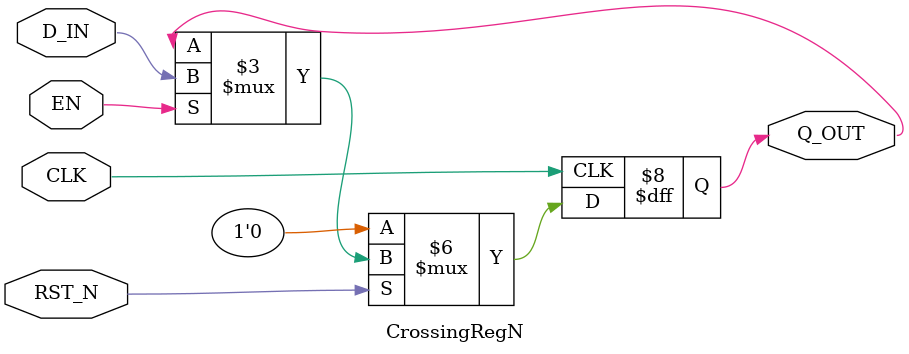
<source format=v>


// Permission is hereby granted, free of charge, to any person obtaining a copy
// of this software and associated documentation files (the "Software"), to deal
// in the Software without restriction, including without limitation the rights
// to use, copy, modify, merge, publish, distribute, sublicense, and/or sell
// copies of the Software, and to permit persons to whom the Software is
// furnished to do so, subject to the following conditions:

// The above copyright notice and this permission notice shall be included in
// all copies or substantial portions of the Software.

// THE SOFTWARE IS PROVIDED "AS IS", WITHOUT WARRANTY OF ANY KIND, EXPRESS OR
// IMPLIED, INCLUDING BUT NOT LIMITED TO THE WARRANTIES OF MERCHANTABILITY,
// FITNESS FOR A PARTICULAR PURPOSE AND NONINFRINGEMENT. IN NO EVENT SHALL THE
// AUTHORS OR COPYRIGHT HOLDERS BE LIABLE FOR ANY CLAIM, DAMAGES OR OTHER
// LIABILITY, WHETHER IN AN ACTION OF CONTRACT, TORT OR OTHERWISE, ARISING FROM,
// OUT OF OR IN CONNECTION WITH THE SOFTWARE OR THE USE OR OTHER DEALINGS IN
// THE SOFTWARE.
//
// $Revision: 17872 $
// $Date: 2009-09-18 10:32:56 -0400 (Fri, 18 Sep 2009) $

`ifdef BSV_ASSIGNMENT_DELAY
`else
`define BSV_ASSIGNMENT_DELAY
`endif

module CrossingRegN(CLK, RST_N, Q_OUT, D_IN, EN);
   
   parameter width = 1;
   parameter init  = { width {1'b0} } ;

   input     CLK;
   input     RST_N;
   input     EN;
   input [width - 1 : 0] D_IN;
   output [width - 1 : 0] Q_OUT;
   
   reg [width - 1 : 0]    Q_OUT;

   always@(posedge CLK)
     begin
        if (RST_N == 0)
          Q_OUT <= `BSV_ASSIGNMENT_DELAY init;
        else 
          begin
             if (EN)
               Q_OUT <= `BSV_ASSIGNMENT_DELAY D_IN;
          end // else: !if(RST_N == 0)        
     end

`ifdef BSV_NO_INITIAL_BLOCKS
`else // not BSV_NO_INITIAL_BLOCKS
   // synopsys translate_off
   initial begin
      Q_OUT = {((width + 1)/2){2'b10}} ;
   end
   // synopsys translate_on
`endif // BSV_NO_INITIAL_BLOCKS

endmodule


</source>
